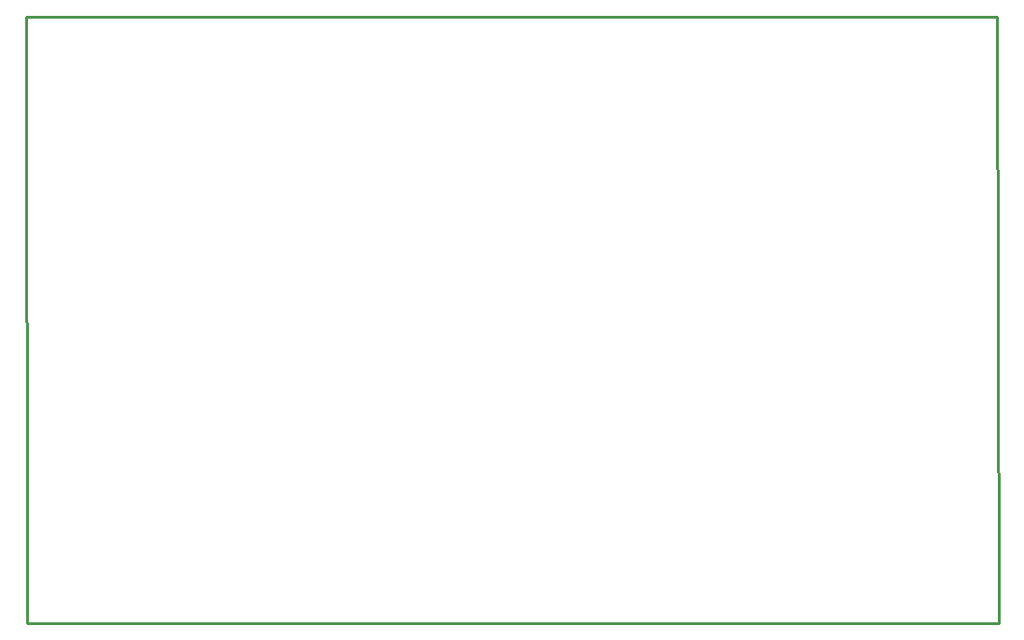
<source format=gbr>
G04 EAGLE Gerber RS-274X export*
G75*
%MOMM*%
%FSLAX34Y34*%
%LPD*%
%IN*%
%IPPOS*%
%AMOC8*
5,1,8,0,0,1.08239X$1,22.5*%
G01*
G04 Define Apertures*
%ADD10C,0.254000*%
D10*
X0Y1000000D02*
X1270Y449580D01*
X882450Y449580D01*
X881180Y1000000D01*
X0Y1000000D01*
M02*

</source>
